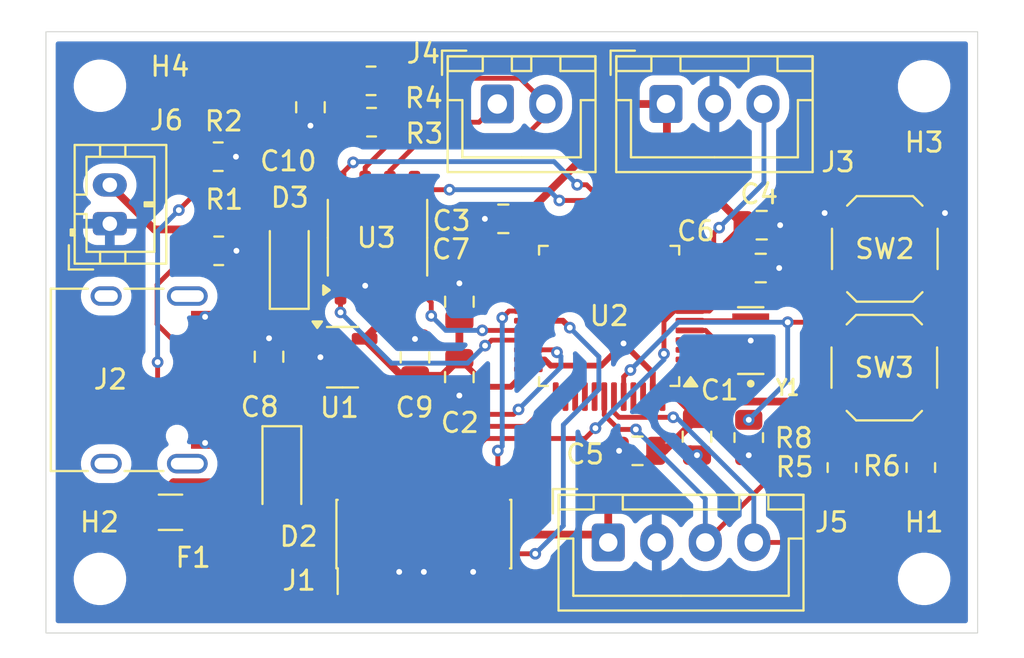
<source format=kicad_pcb>
(kicad_pcb (version 20241229) (generator "pcbnew") (generator_version "9.0")
  (layers (0 "F.Cu" signal) (2 "B.Cu" signal) (13 "F.Paste" user) (15 "B.Paste" user) (5 "F.SilkS" user "F.Silkscreen") (7 "B.SilkS" user "B.Silkscreen") (1 "F.Mask" user) (3 "B.Mask" user) (25 "Edge.Cuts" user))
  (net 0 "")
  (net 1 "GND")
  (net 2 "SENS_OUT")
  (net 3 "+3.3V")
  (net 6 "+V_BATT")
  (net 7 "PROG_SWD")
  (net 12 "+V_IN")
  (net 15 "+5V_USB")
  (net 18 "PROG_TX")
  (net 19 "Net-(F1-Pad2)")
  (net 21 "Net-(U2-BOOT0)")
  (net 23 "PROG_RST")
  (net 27 "PROG_CLK")
  (net 28 "PROG_RX")
  (net 34 "Net-(U2-PD1)")
  (net 38 "Net-(U2-PD0)")
  (net 44 "Net-(J2-CC1)")
  (net 46 "Net-(J2-CC2)")
  (net 56 "CANH")
  (net 57 "CANL")
  (net 58 "OLED_SDA")
  (net 59 "OLED_SCL")
  (net 61 "SHDN")
  (net 62 "CAN_RX")
  (net 63 "STB")
  (net 64 "CAN_TX")
  (net 65 "Net-(C10-Pad1)")
  (footprint "Connector_JST:JST_XH_B3B-XH-A_1x03_P2.50mm_Vertical" (layer "F.Cu") (at 176.0982 90.0938)
    (property "Reference" "J3")
    (property "Value" "Conn_01x03_Pin")
  )
  (footprint "Button_Switch_SMD:SW_SPST_SKQG_WithStem" (layer "F.Cu") (at 187.3746 97.5656)
    (property "Reference" "SW2")
    (property "Value" "SW_Push")
  )
  (footprint "MountingHole:MountingHole_2.2mm_M2" (layer "F.Cu") (at 146.939 114.5794 180)
    (property "Reference" "H2")
    (property "Value" "MountingHole")
  )
  (footprint "Resistor_SMD:R_0805_2012Metric" (layer "F.Cu") (at 160.9071 88.9)
    (property "Reference" "R4")
    (property "Value" "60")
  )
  (footprint "Package_SO:SOIC-8_3.9x4.9mm_P1.27mm" (layer "F.Cu") (at 161.2392 96.9884 90)
    (property "Reference" "U3")
    (property "Value" "TCAN3414DR")
  )
  (footprint "Resistor_SMD:R_0805_2012Metric" (layer "F.Cu") (at 189.23 108.839 -90)
    (property "Reference" "R6")
    (property "Value" "4.7k")
  )
  (footprint "Connector_USB:USB_C_Receptacle_HRO_TYPE-C-31-M-12" (layer "F.Cu") (at 148.3106 104.3178 -90)
    (property "Reference" "J2")
    (property "Value" "USB_C_Receptacle_USB2.0_16P")
  )
  (footprint "Connector_JST:JST_XH_B4B-XH-A_1x04_P2.50mm_Vertical" (layer "F.Cu") (at 173.1264 112.6998)
    (property "Reference" "J5")
    (property "Value" "Conn_01x04_Pin")
  )
  (footprint "Connector_JST:JST_PH_B2B-PH-K_1x02_P2.00mm_Vertical" (layer "F.Cu") (at 147.447 96.266 90)
    (property "Reference" "J6")
    (property "Value" "Conn_01x02_Pin")
  )
  (footprint "Package_QFP:LQFP-48_7x7mm_P0.5mm" (layer "F.Cu") (at 173.1718 101.0189 180)
    (property "Reference" "U2")
    (property "Value" "STM32F103C8Tx")
  )
  (footprint "Capacitor_SMD:C_0805_2012Metric" (layer "F.Cu") (at 174.6352 107.9754 180)
    (property "Reference" "C5")
    (property "Value" "10u")
  )
  (footprint "Resistor_SMD:R_0805_2012Metric" (layer "F.Cu") (at 153.0331 92.8116)
    (property "Reference" "R2")
    (property "Value" "5.1k")
  )
  (footprint "Resistor_SMD:R_0805_2012Metric" (layer "F.Cu") (at 153.0585 97.663)
    (property "Reference" "R1")
    (property "Value" "5.1k")
  )
  (footprint "Package_TO_SOT_SMD:SOT-23-5" (layer "F.Cu") (at 159.4358 103.1494)
    (property "Reference" "U1")
    (property "Value" "AP2112K-3.3")
  )
  (footprint "Capacitor_SMD:C_0805_2012Metric" (layer "F.Cu") (at 180.9829 98.552)
    (property "Reference" "C6")
    (property "Value" "100n")
  )
  (footprint "Resistor_SMD:R_0805_2012Metric" (layer "F.Cu") (at 160.9325 91.0336 180)
    (property "Reference" "R3")
    (property "Value" "60")
  )
  (footprint "Diode_SMD:D_SOD-123" (layer "F.Cu") (at 156.3116 109.0666 -90)
    (property "Reference" "D2")
    (property "Value" "D_Schottky")
  )
  (footprint "Capacitor_SMD:C_0805_2012Metric" (layer "F.Cu") (at 163.1696 103.1596 90)
    (property "Reference" "C9")
    (property "Value" "1u")
  )
  (footprint "Resistor_SMD:R_0805_2012Metric" (layer "F.Cu") (at 180.3654 107.2915 -90)
    (property "Reference" "R8")
    (property "Value" "10k")
  )
  (footprint "Resistor_SMD:R_0805_2012Metric" (layer "F.Cu") (at 185.166 108.839 -90)
    (property "Reference" "R5")
    (property "Value" "4.7k")
  )
  (footprint "Diode_SMD:D_SOD-123" (layer "F.Cu") (at 156.6926 98.297 90)
    (property "Reference" "D3")
    (property "Value" "D_Schottky")
  )
  (footprint "Capacitor_SMD:C_0805_2012Metric" (layer "F.Cu") (at 165.4579 100.2895 90)
    (property "Reference" "C7")
    (property "Value" "100n")
  )
  (footprint "Capacitor_SMD:C_0805_2012Metric" (layer "F.Cu") (at 157.7848 90.2614 -90)
    (property "Reference" "C10")
    (property "Value" "4.7n")
  )
  (footprint "Capacitor_SMD:C_0805_2012Metric" (layer "F.Cu") (at 167.721 96.0151)
    (property "Reference" "C3")
    (property "Value" "100n")
  )
  (footprint "Connector_JST:JST_XH_B2B-XH-A_1x02_P2.50mm_Vertical" (layer "F.Cu") (at 167.4114 90.0938)
    (property "Reference" "J4")
    (property "Value" "Conn_01x02_Pin")
  )
  (footprint "Capacitor_SMD:C_0805_2012Metric" (layer "F.Cu") (at 165.4556 104.1756 90)
    (property "Reference" "C2")
    (property "Value" "100n")
  )
  (footprint "MountingHole:MountingHole_2.2mm_M2" (layer "F.Cu") (at 189.4 114.5794 180)
    (property "Reference" "H1")
    (property "Value" "MountingHole")
  )
  (footprint "Button_Switch_SMD:SW_SPST_SKQG_WithStem" (layer "F.Cu") (at 187.3492 103.687)
    (property "Reference" "SW3")
    (property "Value" "SW_Push")
  )
  (footprint "OSC_CST:OSC_CSTNE8M00G52Z000R0" (layer "F.Cu") (at 180.467 102.2927 90)
    (property "Reference" "Y1")
    (property "Value" "CSTNE8M00G52Z000R0")
  )
  (footprint "Capacitor_SMD:C_0805_2012Metric" (layer "F.Cu") (at 155.6512 103.124 90)
    (property "Reference" "C8")
    (property "Value" "1u")
  )
  (footprint "Capacitor_SMD:C_0805_2012Metric" (layer "F.Cu") (at 177.6984 107.249 90)
    (property "Reference" "C1")
    (property "Value" "100n")
  )
  (footprint "MountingHole:MountingHole_2.2mm_M2" (layer "F.Cu") (at 146.939 89.154 180)
    (property "Reference" "H4")
    (property "Value" "MountingHole")
  )
  (footprint "Connector_PinHeader_1.27mm:PinHeader_2x07_P1.27mm_Vertical_SMD" (layer "F.Cu") (at 163.6268 112.268 90)
    (property "Reference" "J1")
    (property "Value" "Conn_ST_STDC14")
  )
  (footprint "Fuse:Fuse_1206_3216Metric" (layer "F.Cu") (at 150.5748 111.1444 180)
    (property "Reference" "F1")
    (property "Value" "Polyfuse")
  )
  (footprint "MountingHole:MountingHole_2.2mm_M2" (layer "F.Cu") (at 189.4 89.1794 180)
    (property "Reference" "H3")
    (property "Value" "MountingHole")
  )
  (footprint "Capacitor_SMD:C_0805_2012Metric" (layer "F.Cu") (at 181.0337 96.3422 180)
    (property "Reference" "C4")
    (property "Value" "100n")
  )
  (gr_rect (start 144.1574 86.368) (end 192.1574 117.368) (stroke (width 0.05)) (fill no) (layer "Edge.Cuts"))
  (segment (start 170.9218 96.8564) (end 170.9218 99.4462) (width 0.3) (layer "F.Cu") (net 1))
  (segment (start 170.9218 99.4462) (end 173.9138 102.4382) (width 0.3) (layer "F.Cu") (net 1))
  (segment (start 173.9218 102.4462) (end 173.9138 102.4382) (width 0.3) (layer "F.Cu") (net 1))
  (segment (start 175.4218 103.9462) (end 175.4218 105.1814) (width 0.3) (layer "F.Cu") (net 1))
  (segment (start 169.851334 103.2689) (end 169.0093 103.2689) (width 0.3) (layer "F.Cu") (net 1))
  (segment (start 170.163634 103.5812) (end 172.7708 103.5812) (width 0.3) (layer "F.Cu") (net 1))
  (segment (start 177.3343 100.2689) (end 176.0831 100.2689) (width 0.3) (layer "F.Cu") (net 1))
  (segment (start 170.163634 103.5812) (end 169.851334 103.2689) (width 0.3) (layer "F.Cu") (net 1))
  (segment (start 172.7708 103.5812) (end 173.9138 102.4382) (width 0.3) (layer "F.Cu") (net 1))
  (segment (start 177.3597 107.8399) (end 177.4952 107.9754) (width 0.3) (layer "F.Cu") (net 1))
  (segment (start 176.0831 100.2689) (end 173.9138 102.4382) (width 0.3) (layer "F.Cu") (net 1))
  (segment (start 173.9138 102.4382) (end 175.4218 103.9462) (width 0.3) (layer "F.Cu") (net 1))
  (segment (start 173.9218 107.7388) (end 173.6852 107.9754) (width 0.3) (layer "F.Cu") (net 1))
  (via (at 180.467 102.2927) (size 0.6) (drill 0.3) (layers "F.Cu" "B.Cu") (net 1))
  (via (at 163.6268 114.218) (size 0.6) (drill 0.3) (layers "F.Cu" "B.Cu") (net 1))
  (via (at 180.3654 108.204) (size 0.6) (drill 0.3) (layers "F.Cu" "B.Cu") (net 1))
  (via (at 165.4556 105.1256) (size 0.6) (drill 0.3) (layers "F.Cu" "B.Cu") (net 1))
  (via (at 166.771 96.0151) (size 0.6) (drill 0.3) (layers "F.Cu" "B.Cu") (net 1))
  (via (at 166.1668 114.218) (size 0.6) (drill 0.3) (layers "F.Cu" "B.Cu") (net 1))
  (via (at 155.6512 102.174) (size 0.6) (drill 0.3) (layers "F.Cu" "B.Cu") (net 1))
  (via (at 153.971 97.663) (size 0.6) (drill 0.3) (layers "F.Cu" "B.Cu") (net 1))
  (via (at 173.6852 107.9754) (size 0.6) (drill 0.3) (layers "F.Cu" "B.Cu") (net 1))
  (via (at 184.2746 95.7156) (size 0.6) (drill 0.3) (layers "F.Cu" "B.Cu") (net 1))
  (via (at 181.9329 98.552) (size 0.6) (drill 0.3) (layers "F.Cu" "B.Cu") (net 1))
  (via (at 165.4579 99.3395) (size 0.6) (drill 0.3) (layers "F.Cu" "B.Cu") (net 1))
  (via (at 173.9138 102.4382) (size 0.6) (drill 0.3) (layers "F.Cu" "B.Cu") (net 1))
  (via (at 190.4746 95.7156) (size 0.6) (drill 0.3) (layers "F.Cu" "B.Cu") (net 1))
  (via (at 153.9456 92.8116) (size 0.6) (drill 0.3) (layers "F.Cu" "B.Cu") (net 1))
  (via (at 181.9837 96.3422) (size 0.6) (drill 0.3) (layers "F.Cu" "B.Cu") (net 1))
  (via (at 152.3556 107.5678) (size 0.6) (drill 0.3) (layers "F.Cu" "B.Cu") (net 1))
  (via (at 162.3568 114.218) (size 0.6) (drill 0.3) (layers "F.Cu" "B.Cu") (net 1))
  (via (at 160.6042 99.4634) (size 0.6) (drill 0.3) (layers "F.Cu" "B.Cu") (net 1))
  (via (at 177.6984 108.199) (size 0.6) (drill 0.3) (layers "F.Cu" "B.Cu") (net 1))
  (via (at 158.2983 103.1494) (size 0.6) (drill 0.3) (layers "F.Cu" "B.Cu") (net 1))
  (via (at 152.3556 101.0678) (size 0.6) (drill 0.3) (layers "F.Cu" "B.Cu") (net 1))
  (via (at 163.1696 102.2096) (size 0.6) (drill 0.3) (layers "F.Cu" "B.Cu") (net 1))
  (via (at 157.7848 91.2114) (size 0.6) (drill 0.3) (layers "F.Cu" "B.Cu") (net 1))
  (segment (start 178.562 98.347878) (end 178.140978 98.7689) (width 0.25) (layer "F.Cu") (net 2))
  (segment (start 178.562 96.7486) (end 178.562 98.347878) (width 0.25) (layer "F.Cu") (net 2))
  (segment (start 178.140978 98.7689) (end 177.3343 98.7689) (width 0.25) (layer "F.Cu") (net 2))
  (segment (start 178.8414 96.4692) (end 178.562 96.7486) (width 0.25) (layer "F.Cu") (net 2))
  (via (at 178.8414 96.4692) (size 0.6) (drill 0.3) (layers "F.Cu" "B.Cu") (net 2))
  (segment (start 181.149 90.1446) (end 181.149 94.1616) (width 0.25) (layer "B.Cu") (net 2))
  (segment (start 181.149 94.1616) (end 178.8414 96.4692) (width 0.25) (layer "B.Cu") (net 2))
  (segment (start 181.0982 90.0938) (end 181.149 90.1446) (width 0.25) (layer "B.Cu") (net 2))
  (segment (start 163.1696 104.1096) (end 164.5716 104.1096) (width 0.4) (layer "F.Cu") (net 3))
  (segment (start 159.4612 112.2934) (end 160.3634 112.2934) (width 0.4) (layer "F.Cu") (net 3))
  (segment (start 168.671 96.0151) (end 169.5805 96.0151) (width 0.3) (layer "F.Cu") (net 3))
  (segment (start 178.5389 99.7689) (end 179.1819 99.1259) (width 0.3) (layer "F.Cu") (net 3))
  (segment (start 168.671 96.0151) (end 167.0304 97.6557) (width 0.4) (layer "F.Cu") (net 3))
  (segment (start 190.4492 105.537) (end 190.4492 106.7073) (width 0.4) (layer "F.Cu") (net 3))
  (segment (start 173.1264 112.6998) (end 173.1264 110.4342) (width 0.4) (layer "F.Cu") (net 3))
  (segment (start 177.3343 99.7689) (end 178.5389 99.7689) (width 0.3) (layer "F.Cu") (net 3))
  (segment (start 160.5733 102.1994) (end 160.5885 102.2146) (width 0.3) (layer "F.Cu") (net 3))
  (segment (start 163.1696 104.1096) (end 158.623 108.6562) (width 0.4) (layer "F.Cu") (net 3))
  (segment (start 173.1264 110.4342) (end 175.5852 107.9754) (width 0.4) (layer "F.Cu") (net 3))
  (segment (start 179.1819 97.244) (end 180.0837 96.3422) (width 0.3) (layer "F.Cu") (net 3))
  (segment (start 176.149 90.1446) (end 176.149 92.4075) (width 0.4) (layer "F.Cu") (net 3))
  (segment (start 166.9034 104.6734) (end 168.1048 104.6734) (width 0.3) (layer "F.Cu") (net 3))
  (segment (start 177.6984 106.299) (end 177.6984 104.133) (width 0.3) (layer "F.Cu") (net 3))
  (segment (start 162.4835 104.1096) (end 160.5733 102.1994) (width 0.4) (layer "F.Cu") (net 3))
  (segment (start 179.1819 99.1259) (end 179.1819 97.244) (width 0.3) (layer "F.Cu") (net 3))
  (segment (start 184.1476 105.4354) (end 178.562 105.4354) (width 0.4) (layer "F.Cu") (net 3))
  (segment (start 175.5852 107.9754) (end 176.022 107.9754) (width 0.4) (layer "F.Cu") (net 3))
  (segment (start 184.2492 105.537) (end 184.1476 105.4354) (width 0.4) (layer "F.Cu") (net 3))
  (segment (start 161.8742 99.4634) (end 161.8742 100.8985) (width 0.4) (layer "F.Cu") (net 3))
  (segment (start 185.166 107.9265) (end 185.166 106.4538) (width 0.4) (layer "F.Cu") (net 3))
  (segment (start 161.0868 113.0168) (end 161.8102 112.2934) (width 0.4) (layer "F.Cu") (net 3))
  (segment (start 177.6984 104.133) (end 177.3343 103.7689) (width 0.3) (layer "F.Cu") (net 3))
  (segment (start 165.4579 103.2233) (end 165.4556 103.2256) (width 0.4) (layer "F.Cu") (net 3))
  (segment (start 161.0868 113.0168) (end 161.0868 114.218) (width 0.4) (layer "F.Cu") (net 3))
  (segment (start 174.5923 90.0938) (end 168.671 96.0151) (width 0.4) (layer "F.Cu") (net 3))
  (segment (start 158.623 108.6562) (end 158.623 111.4552) (width 0.4) (layer "F.Cu") (net 3))
  (segment (start 164.5716 104.1096) (end 165.4556 103.2256) (width 0.4) (layer "F.Cu") (net 3))
  (segment (start 169.5805 96.0151) (end 170.4218 96.8564) (width 0.3) (layer "F.Cu") (net 3))
  (segment (start 168.1048 104.6734) (end 169.0093 103.7689) (width 0.3) (layer "F.Cu") (net 3))
  (segment (start 165.4556 103.2256) (end 166.9034 104.6734) (width 0.3) (layer "F.Cu") (net 3))
  (segment (start 176.0982 90.0938) (end 174.5923 90.0938) (width 0.4) (layer "F.Cu") (net 3))
  (segment (start 165.4579 101.2395) (end 165.4579 103.2233) (width 0.4) (layer "F.Cu") (net 3))
  (segment (start 161.8742 100.8985) (end 160.5733 102.1994) (width 0.4) (layer "F.Cu") (net 3))
  (segment (start 172.72 112.2934) (end 173.1264 112.6998) (width 0.4) (layer "F.Cu") (net 3))
  (segment (start 190.4492 106.7073) (end 189.23 107.9265) (width 0.4) (layer "F.Cu") (net 3))
  (segment (start 167.0304 97.6557) (end 167.0304 99.667) (width 0.4) (layer "F.Cu") (net 3))
  (segment (start 185.166 106.4538) (end 184.2492 105.537) (width 0.4) (layer "F.Cu") (net 3))
  (segment (start 176.022 107.9754) (end 177.6984 106.299) (width 0.4) (layer "F.Cu") (net 3))
  (segment (start 176.0982 90.0938) (end 176.149 90.1446) (width 0.4) (layer "F.Cu") (net 3))
  (segment (start 163.1696 104.1096) (end 162.4835 104.1096) (width 0.4) (layer "F.Cu") (net 3))
  (segment (start 163.2966 104.0994) (end 162.87 104.0994) (width 0.4) (layer "F.Cu") (net 3))
  (segment (start 190.4492 105.537) (end 184.2492 105.537) (width 0.4) (layer "F.Cu") (net 3))
  (segment (start 158.623 111.4552) (end 159.4612 112.2934) (width 0.4) (layer "F.Cu") (net 3))
  (segment (start 167.0304 99.667) (end 165.4579 101.2395) (width 0.4) (layer "F.Cu") (net 3))
  (segment (start 176.5808 105.1814) (end 177.6984 106.299) (width 0.3) (layer "F.Cu") (net 3))
  (segment (start 175.9218 105.1814) (end 176.5808 105.1814) (width 0.3) (layer "F.Cu") (net 3))
  (segment (start 178.562 105.4354) (end 177.6984 106.299) (width 0.4) (layer "F.Cu") (net 3))
  (segment (start 161.8102 112.2934) (end 172.72 112.2934) (width 0.4) (layer "F.Cu") (net 3))
  (segment (start 160.3634 112.2934) (end 161.0868 113.0168) (width 0.4) (layer "F.Cu") (net 3))
  (segment (start 176.149 92.4075) (end 180.0837 96.3422) (width 0.4) (layer "F.Cu") (net 3))
  (segment (start 165.608 101.2672) (end 165.6103 101.2649) (width 0.3) (layer "F.Cu") (net 3))
  (segment (start 149.743 96.562) (end 156.6076 96.562) (width 0.4) (layer "F.Cu") (net 6))
  (segment (start 147.447 94.266) (end 149.743 96.562) (width 0.4) (layer "F.Cu") (net 6))
  (segment (start 156.6076 96.562) (end 156.6926 96.647) (width 0.4) (layer "F.Cu") (net 6))
  (segment (start 156.5576 96.512) (end 156.6926 96.647) (width 0.5) (layer "F.Cu") (net 6))
  (segment (start 161.0868 110.318) (end 161.0868 108.738272) (width 0.25) (layer "F.Cu") (net 7))
  (segment (start 170.3583 102.7689) (end 169.0093 102.7689) (width 0.25) (layer "F.Cu") (net 7))
  (segment (start 161.0868 108.738272) (end 163.729272 106.0958) (width 0.25) (layer "F.Cu") (net 7))
  (segment (start 163.729272 106.0958) (end 168.2496 106.0958) (width 0.25) (layer "F.Cu") (net 7))
  (segment (start 170.4848 102.8954) (end 170.3583 102.7689) (width 0.25) (layer "F.Cu") (net 7))
  (segment (start 168.2496 106.0958) (end 168.5036 105.8418) (width 0.25) (layer "F.Cu") (net 7))
  (via (at 168.5036 105.8418) (size 0.6) (drill 0.3) (layers "F.Cu" "B.Cu") (net 7))
  (via (at 170.4848 102.8954) (size 0.6) (drill 0.3) (layers "F.Cu" "B.Cu") (net 7))
  (segment (start 170.4848 102.8954) (end 170.688 103.0986) (width 0.25) (layer "B.Cu") (net 7))
  (segment (start 170.688 103.0986) (end 170.688 103.6574) (width 0.25) (layer "B.Cu") (net 7))
  (segment (start 170.688 103.6574) (end 168.5036 105.8418) (width 0.25) (layer "B.Cu") (net 7))
  (segment (start 158.3135 102.2146) (end 158.2983 102.1994) (width 0.4) (layer "F.Cu") (net 12))
  (segment (start 156.6926 100.5937) (end 158.2983 102.1994) (width 0.4) (layer "F.Cu") (net 12))
  (segment (start 159.3618 103.698399) (end 159.3618 102.767012) (width 0.4) (layer "F.Cu") (net 12))
  (segment (start 156.3116 107.4166) (end 156.3116 104.7344) (width 0.4) (layer "F.Cu") (net 12))
  (segment (start 156.6926 99.947) (end 156.6926 100.5937) (width 0.4) (layer "F.Cu") (net 12))
  (segment (start 158.2475 104.1502) (end 158.2983 104.0994) (width 0.4) (layer "F.Cu") (net 12))
  (segment (start 155.6512 104.074) (end 155.7274 104.1502) (width 0.4) (layer "F.Cu") (net 12))
  (segment (start 158.960799 104.0994) (end 159.3618 103.698399) (width 0.4) (layer "F.Cu") (net 12))
  (segment (start 159.3618 102.767012) (end 158.794188 102.1994) (width 0.4) (layer "F.Cu") (net 12))
  (segment (start 156.3116 104.7344) (end 155.6512 104.074) (width 0.4) (layer "F.Cu") (net 12))
  (segment (start 155.7274 104.1502) (end 158.2475 104.1502) (width 0.4) (layer "F.Cu") (net 12))
  (segment (start 158.794188 102.1994) (end 158.2983 102.1994) (width 0.4) (layer "F.Cu") (net 12))
  (segment (start 158.2983 104.0994) (end 158.960799 104.0994) (width 0.4) (layer "F.Cu") (net 12))
  (segment (start 151.9748 111.1444) (end 155.8838 111.1444) (width 0.4) (layer "F.Cu") (net 15))
  (segment (start 155.8838 111.1444) (end 156.3116 110.7166) (width 0.4) (layer "F.Cu") (net 15))
  (segment (start 168.0139 100.7689) (end 169.0093 100.7689) (width 0.25) (layer "F.Cu") (net 18))
  (segment (start 167.4368 110.318) (end 167.4368 107.9654) (width 0.25) (layer "F.Cu") (net 18))
  (segment (start 167.6654 101.1174) (end 168.0139 100.7689) (width 0.25) (layer "F.Cu") (net 18))
  (via (at 167.4368 107.9654) (size 0.6) (drill 0.3) (layers "F.Cu" "B.Cu") (net 18))
  (via (at 167.6654 101.1174) (size 0.6) (drill 0.3) (layers "F.Cu" "B.Cu") (net 18))
  (segment (start 167.6654 107.7368) (end 167.6654 101.1174) (width 0.25) (layer "B.Cu") (net 18))
  (segment (start 167.4368 107.9654) (end 167.6654 107.7368) (width 0.25) (layer "B.Cu") (net 18))
  (segment (start 154.0764 107.5116) (end 153.3326 106.7678) (width 0.4) (layer "F.Cu") (net 19))
  (segment (start 153.633 101.8678) (end 154.0764 102.3112) (width 0.4) (layer "F.Cu") (net 19))
  (segment (start 154.0764 106.024) (end 153.3326 106.7678) (width 0.4) (layer "F.Cu") (net 19))
  (segment (start 150.7242 109.595) (end 149.1748 111.1444) (width 0.4) (layer "F.Cu") (net 19))
  (segment (start 154.0764 108.8136) (end 154.0764 107.5116) (width 0.4) (layer "F.Cu") (net 19))
  (segment (start 154.0764 102.3112) (end 154.0764 106.024) (width 0.4) (layer "F.Cu") (net 19))
  (segment (start 153.3326 106.7678) (end 152.3556 106.7678) (width 0.4) (layer "F.Cu") (net 19))
  (segment (start 153.295 109.595) (end 154.0764 108.8136) (width 0.4) (layer "F.Cu") (net 19))
  (segment (start 150.7242 109.595) (end 153.295 109.595) (width 0.4) (layer "F.Cu") (net 19))
  (segment (start 152.3556 101.8678) (end 153.633 101.8678) (width 0.4) (layer "F.Cu") (net 19))
  (segment (start 173.9218 105.1814) (end 173.9218 104.1574) (width 0.25) (layer "F.Cu") (net 21))
  (segment (start 184.2492 101.837) (end 190.4492 101.837) (width 0.25) (layer "F.Cu") (net 21))
  (segment (start 183.7582 101.346) (end 184.2492 101.837) (width 0.25) (layer "F.Cu") (net 21))
  (segment (start 173.9218 104.1574) (end 174.2694 103.8098) (width 0.25) (layer "F.Cu") (net 21))
  (segment (start 182.372 101.346) (end 183.7582 101.346) (width 0.25) (layer "F.Cu") (net 21))
  (via (at 182.372 101.346) (size 0.6) (drill 0.3) (layers "F.Cu" "B.Cu") (net 21))
  (via (at 174.2694 103.8098) (size 0.6) (drill 0.3) (layers "F.Cu" "B.Cu") (net 21))
  (via (at 180.3654 106.379) (size 0.6) (drill 0.3) (layers "F.Cu" "B.Cu") (net 21))
  (segment (start 182.372 101.346) (end 182.372 104.3724) (width 0.25) (layer "B.Cu") (net 21))
  (segment (start 174.2694 103.8098) (end 176.7332 101.346) (width 0.25) (layer "B.Cu") (net 21))
  (segment (start 182.372 104.3724) (end 180.3654 106.379) (width 0.25) (layer "B.Cu") (net 21))
  (segment (start 176.7332 101.346) (end 182.372 101.346) (width 0.25) (layer "B.Cu") (net 21))
  (segment (start 180.0329 99.0672) (end 180.0329 98.552) (width 0.25) (layer "F.Cu") (net 23))
  (segment (start 177.3343 100.7689) (end 176.527622 100.7689) (width 0.25) (layer "F.Cu") (net 23))
  (segment (start 166.8118 107.3404) (end 166.1668 107.9854) (width 0.25) (layer "F.Cu") (net 23))
  (segment (start 181.0839 99.603) (end 180.0329 98.552) (width 0.25) (layer "F.Cu") (net 23))
  (segment (start 180.0329 98.552) (end 180.0329 98.5775) (width 0.25) (layer "F.Cu") (net 23))
  (segment (start 171.9326 107.3404) (end 166.8118 107.3404) (width 0.25) (layer "F.Cu") (net 23))
  (segment (start 178.3312 100.7689) (end 180.0329 99.0672) (width 0.25) (layer "F.Cu") (net 23))
  (segment (start 172.466 106.807) (end 171.9326 107.3404) (width 0.25) (layer "F.Cu") (net 23))
  (segment (start 190.4746 99.4156) (end 184.2746 99.4156) (width 0.25) (layer "F.Cu") (net 23))
  (segment (start 176.527622 100.7689) (end 175.9966 101.299922) (width 0.25) (layer "F.Cu") (net 23))
  (segment (start 184.0872 99.603) (end 181.0839 99.603) (width 0.25) (layer "F.Cu") (net 23))
  (segment (start 177.3343 100.7689) (end 178.3312 100.7689) (width 0.25) (layer "F.Cu") (net 23))
  (segment (start 184.2746 99.4156) (end 184.0872 99.603) (width 0.25) (layer "F.Cu") (net 23))
  (segment (start 166.1668 107.9854) (end 166.1668 110.318) (width 0.25) (layer "F.Cu") (net 23))
  (segment (start 175.9966 101.299922) (end 175.9966 102.9716) (width 0.25) (layer "F.Cu") (net 23))
  (via (at 175.9966 102.9716) (size 0.6) (drill 0.3) (layers "F.Cu" "B.Cu") (net 23))
  (via (at 172.466 106.807) (size 0.6) (drill 0.3) (layers "F.Cu" "B.Cu") (net 23))
  (segment (start 175.9966 102.9716) (end 175.9966 103.2764) (width 0.25) (layer "B.Cu") (net 23))
  (segment (start 175.9966 103.2764) (end 172.466 106.807) (width 0.25) (layer "B.Cu") (net 23))
  (segment (start 164.4896 106.7144) (end 162.3568 108.8472) (width 0.25) (layer "F.Cu") (net 27))
  (segment (start 162.3568 108.8472) (end 162.3568 110.318) (width 0.25) (layer "F.Cu") (net 27))
  (segment (start 170.4218 105.1814) (end 168.8888 106.7144) (width 0.25) (layer "F.Cu") (net 27))
  (segment (start 168.8888 106.7144) (end 164.4896 106.7144) (width 0.25) (layer "F.Cu") (net 27))
  (segment (start 171.1452 101.6254) (end 170.7887 101.2689) (width 0.3) (layer "F.Cu") (net 28))
  (segment (start 169.3672 113.284) (end 168.3708 113.284) (width 0.25) (layer "F.Cu") (net 28))
  (segment (start 168.3708 113.284) (end 167.4368 114.218) (width 0.25) (layer "F.Cu") (net 28))
  (segment (start 170.7887 101.2689) (end 169.0093 101.2689) (width 0.3) (layer "F.Cu") (net 28))
  (via (at 171.1452 101.6254) (size 0.6) (drill 0.3) (layers "F.Cu" "B.Cu") (net 28))
  (via (at 169.3672 113.284) (size 0.6) (drill 0.3) (layers "F.Cu" "B.Cu") (net 28))
  (segment (start 172.6438 103.124) (end 171.1452 101.6254) (width 0.25) (layer "B.Cu") (net 28))
  (segment (start 172.6438 104.805516) (end 172.6438 103.124) (width 0.25) (layer "B.Cu") (net 28))
  (segment (start 170.812558 111.838642) (end 169.3672 113.284) (width 0.25) (layer "B.Cu") (net 28))
  (segment (start 170.812558 106.636758) (end 172.6438 104.805516) (width 0.25) (layer "B.Cu") (net 28))
  (segment (start 170.812558 110.201442) (end 170.812558 111.838642) (width 0.25) (layer "B.Cu") (net 28))
  (segment (start 170.812558 110.201442) (end 170.812558 106.636758) (width 0.25) (layer "B.Cu") (net 28))
  (segment (start 180.467 101.0927) (end 180.2908 101.2689) (width 0.25) (layer "F.Cu") (net 34))
  (segment (start 180.2908 101.2689) (end 177.3343 101.2689) (width 0.25) (layer "F.Cu") (net 34))
  (segment (start 179.864778 103.4927) (end 178.140978 101.7689) (width 0.25) (layer "F.Cu") (net 38))
  (segment (start 178.140978 101.7689) (end 177.3343 101.7689) (width 0.25) (layer "F.Cu") (net 38))
  (segment (start 180.467 103.4927) (end 179.864778 103.4927) (width 0.25) (layer "F.Cu") (net 38))
  (segment (start 152.3556 103.0678) (end 151.5056 103.0678) (width 0.25) (layer "F.Cu") (net 44))
  (segment (start 149.8854 101.4476) (end 149.8854 99.4111) (width 0.25) (layer "F.Cu") (net 44))
  (segment (start 149.8854 99.4111) (end 151.6335 97.663) (width 0.25) (layer "F.Cu") (net 44))
  (segment (start 151.6335 97.663) (end 152.146 97.663) (width 0.25) (layer "F.Cu") (net 44))
  (segment (start 151.5056 103.0678) (end 149.8854 101.4476) (width 0.25) (layer "F.Cu") (net 44))
  (segment (start 152.1206 92.8116) (end 152.1206 94.4484) (width 0.25) (layer "F.Cu") (net 46))
  (segment (start 149.9108 104.4702) (end 149.9108 103.4034) (width 0.25) (layer "F.Cu") (net 46))
  (segment (start 151.5084 106.0678) (end 149.9108 104.4702) (width 0.25) (layer "F.Cu") (net 46))
  (segment (start 152.3556 106.0678) (end 151.5084 106.0678) (width 0.25) (layer "F.Cu") (net 46))
  (segment (start 152.1206 94.4484) (end 151.003 95.566) (width 0.25) (layer "F.Cu") (net 46))
  (via (at 149.9108 103.4034) (size 0.6) (drill 0.3) (layers "F.Cu" "B.Cu") (net 46))
  (via (at 151.003 95.566) (size 0.6) (drill 0.3) (layers "F.Cu" "B.Cu") (net 46))
  (segment (start 149.9108 103.4034) (end 149.9108 96.6582) (width 0.25) (layer "B.Cu") (net 46))
  (segment (start 149.9108 96.6582) (end 151.003 95.566) (width 0.25) (layer "B.Cu") (net 46))
  (segment (start 161.845 91.0336) (end 166.4716 91.0336) (width 0.25) (layer "F.Cu") (net 56))
  (segment (start 160.6042 93.370714) (end 161.845 92.129914) (width 0.25) (layer "F.Cu") (net 56))
  (segment (start 166.4716 91.0336) (end 167.4114 90.0938) (width 0.25) (layer "F.Cu") (net 56))
  (segment (start 160.6042 94.5134) (end 160.6042 93.370714) (width 0.25) (layer "F.Cu") (net 56))
  (segment (start 161.845 92.129914) (end 161.845 91.0336) (width 0.25) (layer "F.Cu") (net 56))
  (segment (start 161.8742 94.5134) (end 161.8742 93.538401) (width 0.25) (layer "F.Cu") (net 57))
  (segment (start 168.5854 88.7678) (end 169.9114 90.0938) (width 0.25) (layer "F.Cu") (net 57))
  (segment (start 161.9518 88.7678) (end 168.5854 88.7678) (width 0.25) (layer "F.Cu") (net 57))
  (segment (start 168.3 92.3036) (end 169.9114 90.6922) (width 0.25) (layer "F.Cu") (net 57))
  (segment (start 161.8196 88.9) (end 161.9518 88.7678) (width 0.25) (layer "F.Cu") (net 57))
  (segment (start 161.8742 93.538401) (end 163.109001 92.3036) (width 0.25) (layer "F.Cu") (net 57))
  (segment (start 169.9114 90.6922) (end 169.9114 90.0938) (width 0.25) (layer "F.Cu") (net 57))
  (segment (start 163.109001 92.3036) (end 168.3 92.3036) (width 0.25) (layer "F.Cu") (net 57))
  (segment (start 186.2817 112.6998) (end 180.6264 112.6998) (width 0.25) (layer "F.Cu") (net 58))
  (segment (start 189.23 109.7515) (end 186.2817 112.6998) (width 0.25) (layer "F.Cu") (net 58))
  (segment (start 180.3146 112.388) (end 180.3146 112.014) (width 0.25) (layer "F.Cu") (net 58))
  (segment (start 180.6264 112.6998) (end 180.6194 112.6928) (width 0.25) (layer "F.Cu") (net 58))
  (segment (start 180.6264 112.014) (end 180.6264 112.6998) (width 0.25) (layer "F.Cu") (net 58))
  (segment (start 173.4218 105.988078) (end 173.681922 106.2482) (width 0.25) (layer "F.Cu") (net 58))
  (segment (start 180.6194 112.6928) (end 180.6194 112.014) (width 0.25) (layer "F.Cu") (net 58))
  (segment (start 180.6264 112.6998) (end 180.6264 111.9702) (width 0.25) (layer "F.Cu") (net 58))
  (segment (start 173.4218 105.1814) (end 173.4218 105.988078) (width 0.25) (layer "F.Cu") (net 58))
  (segment (start 173.681922 106.2482) (end 176.4734 106.2482) (width 0.25) (layer "F.Cu") (net 58))
  (segment (start 180.6264 112.6998) (end 180.3146 112.388) (width 0.25) (layer "F.Cu") (net 58))
  (via (at 176.4734 106.2482) (size 0.6) (drill 0.3) (layers "F.Cu" "B.Cu") (net 58))
  (segment (start 180.6264 112.6998) (end 180.6264 110.241702) (width 0.25) (layer "B.Cu") (net 58))
  (segment (start 180.6264 110.241702) (end 176.632898 106.2482) (width 0.25) (layer "B.Cu") (net 58))
  (segment (start 176.632898 106.2482) (end 176.4734 106.2482) (width 0.25) (layer "B.Cu") (net 58))
  (segment (start 172.9218 105.1814) (end 172.9218 106.125888) (width 0.25) (layer "F.Cu") (net 59))
  (segment (start 173.669112 106.8732) (end 174.5488 106.8732) (width 0.25) (layer "F.Cu") (net 59))
  (segment (start 172.9218 106.125888) (end 173.669112 106.8732) (width 0.25) (layer "F.Cu") (net 59))
  (segment (start 185.166 109.7515) (end 181.0747 109.7515) (width 0.25) (layer "F.Cu") (net 59))
  (segment (start 181.0747 109.7515) (end 178.1264 112.6998) (width 0.25) (layer "F.Cu") (net 59))
  (segment (start 172.9232 105.1828) (end 172.9218 105.1814) (width 0.25) (layer "F.Cu") (net 59))
  (via (at 174.5488 106.8732) (size 0.6) (drill 0.3) (layers "F.Cu" "B.Cu") (net 59))
  (segment (start 174.5488 106.8732) (end 178.1264 110.4508) (width 0.25) (layer "B.Cu") (net 59))
  (segment (start 178.1264 110.4508) (end 178.1264 112.6998) (width 0.25) (layer "B.Cu") (net 59))
  (segment (start 172.9218 96.049722) (end 171.940303 95.068225) (width 0.25) (layer "F.Cu") (net 61))
  (segment (start 164.946 94.5134) (end 163.1442 94.5134) (width 0.25) (layer "F.Cu") (net 61))
  (segment (start 171.940303 95.068225) (end 170.607825 95.068225) (width 0.25) (layer "F.Cu") (net 61))
  (segment (start 172.9218 96.049722) (end 172.9218 96.8564) (width 0.25) (layer "F.Cu") (net 61))
  (via (at 164.946 94.5134) (size 0.6) (drill 0.3) (layers "F.Cu" "B.Cu") (net 61))
  (via (at 170.607825 95.068225) (size 0.6) (drill 0.3) (layers "F.Cu" "B.Cu") (net 61))
  (segment (start 170.053 94.5134) (end 170.607825 95.068225) (width 0.25) (layer "B.Cu") (net 61))
  (segment (start 164.946 94.5134) (end 170.053 94.5134) (width 0.25) (layer "B.Cu") (net 61))
  (segment (start 169.0093 101.7689) (end 166.639645 101.7689) (width 0.25) (layer "F.Cu") (net 62))
  (segment (start 166.639645 101.7689) (end 166.63568 101.764935) (width 0.25) (layer "F.Cu") (net 62))
  (segment (start 164.0078 101.0158) (end 164.0078 100.327) (width 0.25) (layer "F.Cu") (net 62))
  (segment (start 164.0078 100.327) (end 163.1442 99.4634) (width 0.25) (layer "F.Cu") (net 62))
  (via (at 166.63568 101.764935) (size 0.6) (drill 0.3) (layers "F.Cu" "B.Cu") (net 62))
  (via (at 164.0078 101.0158) (size 0.6) (drill 0.3) (layers "F.Cu" "B.Cu") (net 62))
  (segment (start 166.63568 101.764935) (end 164.756935 101.764935) (width 0.25) (layer "B.Cu") (net 62))
  (segment (start 164.756935 101.764935) (end 164.0078 101.0158) (width 0.25) (layer "B.Cu") (net 62))
  (segment (start 173.4218 95.6724) (end 172.0088 94.2594) (width 0.25) (layer "F.Cu") (net 63))
  (segment (start 159.984878 93.104738) (end 159.3342 93.755416) (width 0.25) (layer "F.Cu") (net 63))
  (segment (start 172.0088 94.2594) (end 171.5262 94.2594) (width 0.25) (layer "F.Cu") (net 63))
  (segment (start 173.4218 96.8564) (end 173.4218 95.6724) (width 0.25) (layer "F.Cu") (net 63))
  (segment (start 159.3342 93.755416) (end 159.3342 94.5134) (width 0.25) (layer "F.Cu") (net 63))
  (via (at 171.5262 94.2594) (size 0.6) (drill 0.3) (layers "F.Cu" "B.Cu") (net 63))
  (via (at 159.984878 93.104738) (size 0.6) (drill 0.3) (layers "F.Cu" "B.Cu") (net 63))
  (segment (start 171.5262 94.2594) (end 170.3324 93.0656) (width 0.25) (layer "B.Cu") (net 63))
  (segment (start 170.3324 93.0656) (end 160.024016 93.0656) (width 0.25) (layer "B.Cu") (net 63))
  (segment (start 160.024016 93.0656) (end 159.984878 93.104738) (width 0.25) (layer "B.Cu") (net 63))
  (segment (start 159.3342 100.838) (end 159.3342 99.4634) (width 0.25) (layer "F.Cu") (net 64))
  (segment (start 166.836805 102.551893) (end 166.779553 102.551893) (width 0.25) (layer "F.Cu") (net 64))
  (segment (start 169.0093 102.2689) (end 167.119798 102.2689) (width 0.25) (layer "F.Cu") (net 64))
  (segment (start 167.119798 102.2689) (end 166.836805 102.551893) (width 0.25) (layer "F.Cu") (net 64))
  (via (at 159.3342 100.838) (size 0.6) (drill 0.3) (layers "F.Cu" "B.Cu") (net 64))
  (via (at 166.779553 102.551893) (size 0.6) (drill 0.3) (layers "F.Cu" "B.Cu") (net 64))
  (segment (start 161.9504 103.4542) (end 159.3342 100.838) (width 0.25) (layer "B.Cu") (net 64))
  (segment (start 165.877246 103.4542) (end 161.9504 103.4542) (width 0.25) (layer "B.Cu") (net 64))
  (segment (start 166.779553 102.551893) (end 165.877246 103.4542) (width 0.25) (layer "B.Cu") (net 64))
  (segment (start 160.02 88.9254) (end 159.9946 88.9) (width 0.25) (layer "F.Cu") (net 65))
  (segment (start 160.02 91.0336) (end 160.02 88.9254) (width 0.25) (layer "F.Cu") (net 65))
  (segment (start 158.1962 88.9) (end 157.7848 89.3114) (width 0.25) (layer "F.Cu") (net 65))
  (segment (start 159.9946 88.9) (end 158.1962 88.9) (width 0.25) (layer "F.Cu") (net 65))
  (zone (net 1) (net_name "GND") (layer "B.Cu") (connect_pads (clearance 0.5)) (min_thickness 0.25) (fill yes (thermal_gap 0.5) (thermal_bridge_width 0.5))
    (polygon (pts (xy 191.6618 116.8654) (xy 144.653 116.8654) (xy 144.653 86.868) (xy 191.6618 86.868)))
  )
)
</source>
